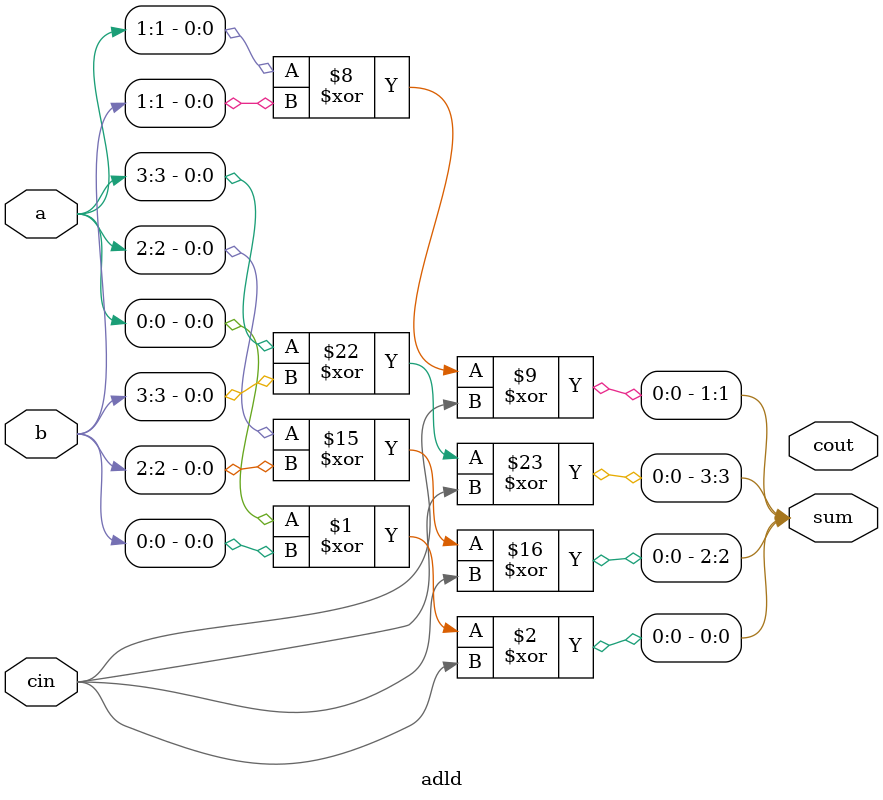
<source format=v>
`timescale 1ns / 1ps
module adld(
input[3:0] a,
input[3:0] b,
input cin,
output[3:0] sum,
output cout
);
wire c0,c1,c2;
assign sum[0]=a[0]^b[0]^cin;
assign c0=(a[0]&b[0])|(b[0]&cin)|(cin&a[0]);
assign sum[1]=a[1]^b[1]^cin;
assign c1=(a[1]&b[1])|(b[1]&cin)|(cin&a[1]);
assign sum[2]=a[2]^b[2]^cin;
assign c2=(a[2]&b[2])|(b[2]&cin)|(cin&a[2]);
assign sum[3]=a[3]^b[3]^cin;
assign c3=(a[3]&b[3])|(b[3]&cin)|(cin&a[3]);
endmodule









</source>
